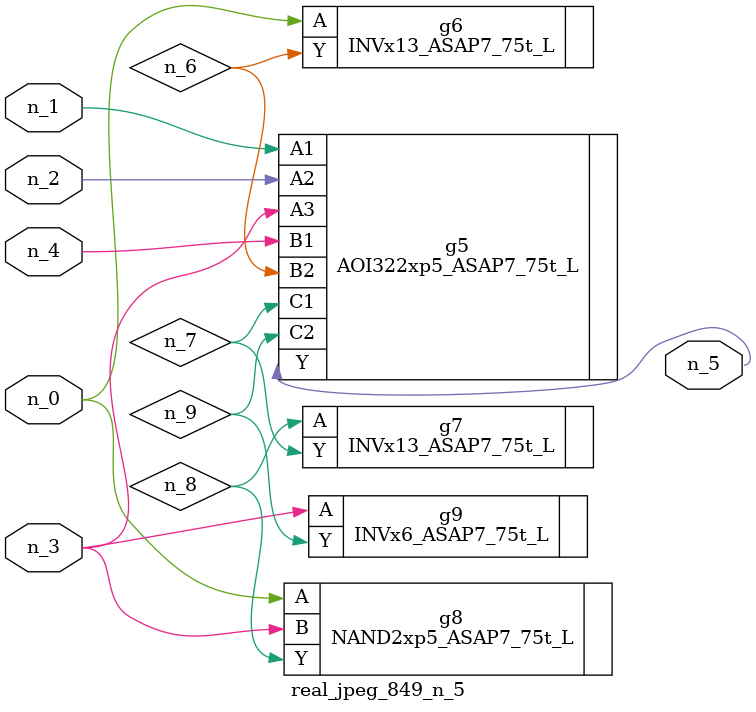
<source format=v>
module real_jpeg_849_n_5 (n_4, n_0, n_1, n_2, n_3, n_5);

input n_4;
input n_0;
input n_1;
input n_2;
input n_3;

output n_5;

wire n_8;
wire n_6;
wire n_7;
wire n_9;

INVx13_ASAP7_75t_L g6 ( 
.A(n_0),
.Y(n_6)
);

NAND2xp5_ASAP7_75t_L g8 ( 
.A(n_0),
.B(n_3),
.Y(n_8)
);

AOI322xp5_ASAP7_75t_L g5 ( 
.A1(n_1),
.A2(n_2),
.A3(n_3),
.B1(n_4),
.B2(n_6),
.C1(n_7),
.C2(n_9),
.Y(n_5)
);

INVx6_ASAP7_75t_L g9 ( 
.A(n_3),
.Y(n_9)
);

INVx13_ASAP7_75t_L g7 ( 
.A(n_8),
.Y(n_7)
);


endmodule
</source>
